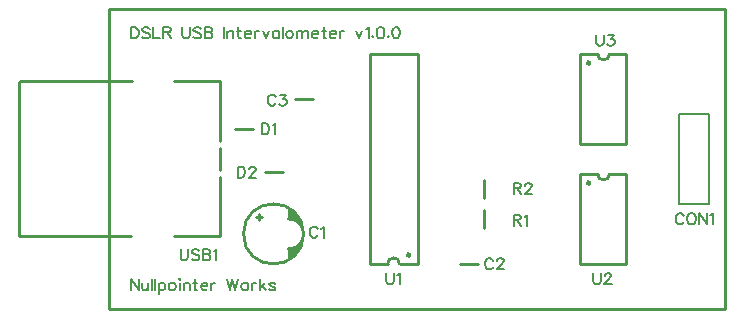
<source format=gbr>
G04 Layer: TopSilkscreenLayer*
G04 EasyEDA v6.4.31, 2022-01-30 11:41:32*
G04 57c3575010554ef89b770c7f971d9fae,8da0b385d4f3487c845ab04df2d2fc66,10*
G04 Gerber Generator version 0.2*
G04 Scale: 100 percent, Rotated: No, Reflected: No *
G04 Dimensions in millimeters *
G04 leading zeros omitted , absolute positions ,4 integer and 5 decimal *
%FSLAX45Y45*%
%MOMM*%

%ADD10C,0.2540*%
%ADD17C,0.2032*%
%ADD18C,0.2030*%
%ADD19C,0.3000*%
%ADD20C,0.1500*%
%ADD21C,0.1524*%

%LPD*%
D20*
X190500Y253237D02*
G01*
X190500Y157734D01*
X190500Y253237D02*
G01*
X254254Y157734D01*
X254254Y253237D02*
G01*
X254254Y157734D01*
X284226Y221487D02*
G01*
X284226Y176021D01*
X288797Y162305D01*
X297687Y157734D01*
X311404Y157734D01*
X320547Y162305D01*
X334010Y176021D01*
X334010Y221487D02*
G01*
X334010Y157734D01*
X364236Y253237D02*
G01*
X364236Y157734D01*
X394207Y253237D02*
G01*
X394207Y157734D01*
X424179Y221487D02*
G01*
X424179Y125984D01*
X424179Y207771D02*
G01*
X433323Y216915D01*
X442213Y221487D01*
X455929Y221487D01*
X465073Y216915D01*
X474218Y207771D01*
X478789Y194310D01*
X478789Y185165D01*
X474218Y171450D01*
X465073Y162305D01*
X455929Y157734D01*
X442213Y157734D01*
X433323Y162305D01*
X424179Y171450D01*
X531368Y221487D02*
G01*
X522223Y216915D01*
X513334Y207771D01*
X508762Y194310D01*
X508762Y185165D01*
X513334Y171450D01*
X522223Y162305D01*
X531368Y157734D01*
X545084Y157734D01*
X554228Y162305D01*
X563118Y171450D01*
X567689Y185165D01*
X567689Y194310D01*
X563118Y207771D01*
X554228Y216915D01*
X545084Y221487D01*
X531368Y221487D01*
X597662Y253237D02*
G01*
X602234Y248665D01*
X606805Y253237D01*
X602234Y257810D01*
X597662Y253237D01*
X602234Y221487D02*
G01*
X602234Y157734D01*
X636778Y221487D02*
G01*
X636778Y157734D01*
X636778Y203200D02*
G01*
X650494Y216915D01*
X659637Y221487D01*
X673354Y221487D01*
X682244Y216915D01*
X686815Y203200D01*
X686815Y157734D01*
X730504Y253237D02*
G01*
X730504Y176021D01*
X735076Y162305D01*
X744220Y157734D01*
X753110Y157734D01*
X716787Y221487D02*
G01*
X748792Y221487D01*
X783336Y194310D02*
G01*
X837692Y194310D01*
X837692Y203200D01*
X833120Y212344D01*
X828802Y216915D01*
X819657Y221487D01*
X805942Y221487D01*
X796797Y216915D01*
X787654Y207771D01*
X783336Y194310D01*
X783336Y185165D01*
X787654Y171450D01*
X796797Y162305D01*
X805942Y157734D01*
X819657Y157734D01*
X828802Y162305D01*
X837692Y171450D01*
X867663Y221487D02*
G01*
X867663Y157734D01*
X867663Y194310D02*
G01*
X872236Y207771D01*
X881379Y216915D01*
X890523Y221487D01*
X904239Y221487D01*
X1004062Y253237D02*
G01*
X1026921Y157734D01*
X1049528Y253237D02*
G01*
X1026921Y157734D01*
X1049528Y253237D02*
G01*
X1072387Y157734D01*
X1094994Y253237D02*
G01*
X1072387Y157734D01*
X1147826Y221487D02*
G01*
X1138681Y216915D01*
X1129537Y207771D01*
X1124965Y194310D01*
X1124965Y185165D01*
X1129537Y171450D01*
X1138681Y162305D01*
X1147826Y157734D01*
X1161287Y157734D01*
X1170431Y162305D01*
X1179576Y171450D01*
X1184147Y185165D01*
X1184147Y194310D01*
X1179576Y207771D01*
X1170431Y216915D01*
X1161287Y221487D01*
X1147826Y221487D01*
X1214120Y221487D02*
G01*
X1214120Y157734D01*
X1214120Y194310D02*
G01*
X1218692Y207771D01*
X1227836Y216915D01*
X1236979Y221487D01*
X1250442Y221487D01*
X1280413Y253237D02*
G01*
X1280413Y157734D01*
X1325879Y221487D02*
G01*
X1280413Y176021D01*
X1298702Y194310D02*
G01*
X1330452Y157734D01*
X1410462Y207771D02*
G01*
X1405889Y216915D01*
X1392428Y221487D01*
X1378712Y221487D01*
X1364995Y216915D01*
X1360423Y207771D01*
X1364995Y198881D01*
X1374139Y194310D01*
X1396745Y189737D01*
X1405889Y185165D01*
X1410462Y176021D01*
X1410462Y171450D01*
X1405889Y162305D01*
X1392428Y157734D01*
X1378712Y157734D01*
X1364995Y162305D01*
X1360423Y171450D01*
X190500Y2386837D02*
G01*
X190500Y2291334D01*
X190500Y2386837D02*
G01*
X222250Y2386837D01*
X235965Y2382265D01*
X245110Y2373376D01*
X249681Y2364231D01*
X254254Y2350515D01*
X254254Y2327910D01*
X249681Y2314194D01*
X245110Y2305050D01*
X235965Y2295905D01*
X222250Y2291334D01*
X190500Y2291334D01*
X347726Y2373376D02*
G01*
X338581Y2382265D01*
X325120Y2386837D01*
X306831Y2386837D01*
X293115Y2382265D01*
X284226Y2373376D01*
X284226Y2364231D01*
X288797Y2355087D01*
X293115Y2350515D01*
X302260Y2345944D01*
X329692Y2336800D01*
X338581Y2332481D01*
X343154Y2327910D01*
X347726Y2318765D01*
X347726Y2305050D01*
X338581Y2295905D01*
X325120Y2291334D01*
X306831Y2291334D01*
X293115Y2295905D01*
X284226Y2305050D01*
X377697Y2386837D02*
G01*
X377697Y2291334D01*
X377697Y2291334D02*
G01*
X432307Y2291334D01*
X462279Y2386837D02*
G01*
X462279Y2291334D01*
X462279Y2386837D02*
G01*
X503173Y2386837D01*
X516889Y2382265D01*
X521462Y2377694D01*
X526034Y2368804D01*
X526034Y2359660D01*
X521462Y2350515D01*
X516889Y2345944D01*
X503173Y2341371D01*
X462279Y2341371D01*
X494029Y2341371D02*
G01*
X526034Y2291334D01*
X625855Y2386837D02*
G01*
X625855Y2318765D01*
X630428Y2305050D01*
X639571Y2295905D01*
X653287Y2291334D01*
X662431Y2291334D01*
X675894Y2295905D01*
X685037Y2305050D01*
X689610Y2318765D01*
X689610Y2386837D01*
X783336Y2373376D02*
G01*
X774192Y2382265D01*
X760476Y2386837D01*
X742442Y2386837D01*
X728726Y2382265D01*
X719581Y2373376D01*
X719581Y2364231D01*
X724154Y2355087D01*
X728726Y2350515D01*
X737870Y2345944D01*
X765047Y2336800D01*
X774192Y2332481D01*
X778763Y2327910D01*
X783336Y2318765D01*
X783336Y2305050D01*
X774192Y2295905D01*
X760476Y2291334D01*
X742442Y2291334D01*
X728726Y2295905D01*
X719581Y2305050D01*
X813307Y2386837D02*
G01*
X813307Y2291334D01*
X813307Y2386837D02*
G01*
X854202Y2386837D01*
X867663Y2382265D01*
X872236Y2377694D01*
X876807Y2368804D01*
X876807Y2359660D01*
X872236Y2350515D01*
X867663Y2345944D01*
X854202Y2341371D01*
X813307Y2341371D02*
G01*
X854202Y2341371D01*
X867663Y2336800D01*
X872236Y2332481D01*
X876807Y2323337D01*
X876807Y2309621D01*
X872236Y2300478D01*
X867663Y2295905D01*
X854202Y2291334D01*
X813307Y2291334D01*
X976884Y2386837D02*
G01*
X976884Y2291334D01*
X1006855Y2355087D02*
G01*
X1006855Y2291334D01*
X1006855Y2336800D02*
G01*
X1020571Y2350515D01*
X1029715Y2355087D01*
X1043178Y2355087D01*
X1052321Y2350515D01*
X1056894Y2336800D01*
X1056894Y2291334D01*
X1100581Y2386837D02*
G01*
X1100581Y2309621D01*
X1105154Y2295905D01*
X1114044Y2291334D01*
X1123187Y2291334D01*
X1086865Y2355087D02*
G01*
X1118615Y2355087D01*
X1153160Y2327910D02*
G01*
X1207770Y2327910D01*
X1207770Y2336800D01*
X1203197Y2345944D01*
X1198626Y2350515D01*
X1189481Y2355087D01*
X1176020Y2355087D01*
X1166876Y2350515D01*
X1157731Y2341371D01*
X1153160Y2327910D01*
X1153160Y2318765D01*
X1157731Y2305050D01*
X1166876Y2295905D01*
X1176020Y2291334D01*
X1189481Y2291334D01*
X1198626Y2295905D01*
X1207770Y2305050D01*
X1237742Y2355087D02*
G01*
X1237742Y2291334D01*
X1237742Y2327910D02*
G01*
X1242313Y2341371D01*
X1251457Y2350515D01*
X1260602Y2355087D01*
X1274063Y2355087D01*
X1304036Y2355087D02*
G01*
X1331468Y2291334D01*
X1358645Y2355087D02*
G01*
X1331468Y2291334D01*
X1443228Y2355087D02*
G01*
X1443228Y2291334D01*
X1443228Y2341371D02*
G01*
X1434084Y2350515D01*
X1424939Y2355087D01*
X1411478Y2355087D01*
X1402334Y2350515D01*
X1393189Y2341371D01*
X1388618Y2327910D01*
X1388618Y2318765D01*
X1393189Y2305050D01*
X1402334Y2295905D01*
X1411478Y2291334D01*
X1424939Y2291334D01*
X1434084Y2295905D01*
X1443228Y2305050D01*
X1473200Y2386837D02*
G01*
X1473200Y2291334D01*
X1526031Y2355087D02*
G01*
X1516887Y2350515D01*
X1507744Y2341371D01*
X1503171Y2327910D01*
X1503171Y2318765D01*
X1507744Y2305050D01*
X1516887Y2295905D01*
X1526031Y2291334D01*
X1539494Y2291334D01*
X1548637Y2295905D01*
X1557781Y2305050D01*
X1562354Y2318765D01*
X1562354Y2327910D01*
X1557781Y2341371D01*
X1548637Y2350515D01*
X1539494Y2355087D01*
X1526031Y2355087D01*
X1592326Y2355087D02*
G01*
X1592326Y2291334D01*
X1592326Y2336800D02*
G01*
X1606042Y2350515D01*
X1614931Y2355087D01*
X1628647Y2355087D01*
X1637792Y2350515D01*
X1642363Y2336800D01*
X1642363Y2291334D01*
X1642363Y2336800D02*
G01*
X1656079Y2350515D01*
X1664970Y2355087D01*
X1678686Y2355087D01*
X1687829Y2350515D01*
X1692402Y2336800D01*
X1692402Y2291334D01*
X1722373Y2327910D02*
G01*
X1776984Y2327910D01*
X1776984Y2336800D01*
X1772412Y2345944D01*
X1767839Y2350515D01*
X1758695Y2355087D01*
X1744979Y2355087D01*
X1735836Y2350515D01*
X1726945Y2341371D01*
X1722373Y2327910D01*
X1722373Y2318765D01*
X1726945Y2305050D01*
X1735836Y2295905D01*
X1744979Y2291334D01*
X1758695Y2291334D01*
X1767839Y2295905D01*
X1776984Y2305050D01*
X1820418Y2386837D02*
G01*
X1820418Y2309621D01*
X1824989Y2295905D01*
X1834134Y2291334D01*
X1843278Y2291334D01*
X1806955Y2355087D02*
G01*
X1838705Y2355087D01*
X1873250Y2327910D02*
G01*
X1927860Y2327910D01*
X1927860Y2336800D01*
X1923287Y2345944D01*
X1918715Y2350515D01*
X1909571Y2355087D01*
X1895855Y2355087D01*
X1886965Y2350515D01*
X1877821Y2341371D01*
X1873250Y2327910D01*
X1873250Y2318765D01*
X1877821Y2305050D01*
X1886965Y2295905D01*
X1895855Y2291334D01*
X1909571Y2291334D01*
X1918715Y2295905D01*
X1927860Y2305050D01*
X1957831Y2355087D02*
G01*
X1957831Y2291334D01*
X1957831Y2327910D02*
G01*
X1962404Y2341371D01*
X1971293Y2350515D01*
X1980438Y2355087D01*
X1994154Y2355087D01*
X2094229Y2355087D02*
G01*
X2121408Y2291334D01*
X2148586Y2355087D02*
G01*
X2121408Y2291334D01*
X2178558Y2368804D02*
G01*
X2187702Y2373376D01*
X2201418Y2386837D01*
X2201418Y2291334D01*
X2235961Y2314194D02*
G01*
X2231390Y2309621D01*
X2235961Y2305050D01*
X2240534Y2309621D01*
X2235961Y2314194D01*
X2297684Y2386837D02*
G01*
X2284222Y2382265D01*
X2275077Y2368804D01*
X2270506Y2345944D01*
X2270506Y2332481D01*
X2275077Y2309621D01*
X2284222Y2295905D01*
X2297684Y2291334D01*
X2306827Y2291334D01*
X2320543Y2295905D01*
X2329688Y2309621D01*
X2334259Y2332481D01*
X2334259Y2345944D01*
X2329688Y2368804D01*
X2320543Y2382265D01*
X2306827Y2386837D01*
X2297684Y2386837D01*
X2368804Y2314194D02*
G01*
X2364231Y2309621D01*
X2368804Y2305050D01*
X2373122Y2309621D01*
X2368804Y2314194D01*
X2430525Y2386837D02*
G01*
X2416809Y2382265D01*
X2407665Y2368804D01*
X2403347Y2345944D01*
X2403347Y2332481D01*
X2407665Y2309621D01*
X2416809Y2295905D01*
X2430525Y2291334D01*
X2439670Y2291334D01*
X2453131Y2295905D01*
X2462275Y2309621D01*
X2466847Y2332481D01*
X2466847Y2345944D01*
X2462275Y2368804D01*
X2453131Y2382265D01*
X2439670Y2386837D01*
X2430525Y2386837D01*
D21*
X1769871Y675131D02*
G01*
X1765554Y684276D01*
X1756410Y693165D01*
X1747265Y697737D01*
X1728978Y697737D01*
X1720087Y693165D01*
X1710944Y684276D01*
X1706371Y675131D01*
X1701800Y661415D01*
X1701800Y638810D01*
X1706371Y625094D01*
X1710944Y615950D01*
X1720087Y606805D01*
X1728978Y602234D01*
X1747265Y602234D01*
X1756410Y606805D01*
X1765554Y615950D01*
X1769871Y625094D01*
X1800097Y679704D02*
G01*
X1808987Y684276D01*
X1822704Y697737D01*
X1822704Y602234D01*
X3255772Y408431D02*
G01*
X3251454Y417576D01*
X3242309Y426465D01*
X3233165Y431037D01*
X3214877Y431037D01*
X3205988Y426465D01*
X3196843Y417576D01*
X3192272Y408431D01*
X3187700Y394715D01*
X3187700Y372110D01*
X3192272Y358394D01*
X3196843Y349250D01*
X3205988Y340105D01*
X3214877Y335534D01*
X3233165Y335534D01*
X3242309Y340105D01*
X3251454Y349250D01*
X3255772Y358394D01*
X3290315Y408431D02*
G01*
X3290315Y413004D01*
X3294888Y421894D01*
X3299459Y426465D01*
X3308604Y431037D01*
X3326891Y431037D01*
X3335781Y426465D01*
X3340354Y421894D01*
X3344925Y413004D01*
X3344925Y403860D01*
X3340354Y394715D01*
X3331209Y381000D01*
X3285997Y335534D01*
X3349497Y335534D01*
X1414271Y1792731D02*
G01*
X1409954Y1801876D01*
X1400810Y1810765D01*
X1391665Y1815337D01*
X1373378Y1815337D01*
X1364487Y1810765D01*
X1355344Y1801876D01*
X1350771Y1792731D01*
X1346200Y1779015D01*
X1346200Y1756410D01*
X1350771Y1742694D01*
X1355344Y1733550D01*
X1364487Y1724405D01*
X1373378Y1719834D01*
X1391665Y1719834D01*
X1400810Y1724405D01*
X1409954Y1733550D01*
X1414271Y1742694D01*
X1453387Y1815337D02*
G01*
X1503426Y1815337D01*
X1476247Y1779015D01*
X1489710Y1779015D01*
X1498854Y1774444D01*
X1503426Y1769871D01*
X1507997Y1756410D01*
X1507997Y1747265D01*
X1503426Y1733550D01*
X1494281Y1724405D01*
X1480820Y1719834D01*
X1467104Y1719834D01*
X1453387Y1724405D01*
X1448815Y1728978D01*
X1444497Y1738121D01*
X1295400Y1574037D02*
G01*
X1295400Y1478534D01*
X1295400Y1574037D02*
G01*
X1327150Y1574037D01*
X1340865Y1569465D01*
X1350010Y1560576D01*
X1354581Y1551431D01*
X1359154Y1537715D01*
X1359154Y1515110D01*
X1354581Y1501394D01*
X1350010Y1492250D01*
X1340865Y1483105D01*
X1327150Y1478534D01*
X1295400Y1478534D01*
X1389126Y1556004D02*
G01*
X1398015Y1560576D01*
X1411731Y1574037D01*
X1411731Y1478534D01*
X1092200Y1205737D02*
G01*
X1092200Y1110234D01*
X1092200Y1205737D02*
G01*
X1123950Y1205737D01*
X1137665Y1201165D01*
X1146810Y1192276D01*
X1151381Y1183131D01*
X1155954Y1169415D01*
X1155954Y1146810D01*
X1151381Y1133094D01*
X1146810Y1123950D01*
X1137665Y1114805D01*
X1123950Y1110234D01*
X1092200Y1110234D01*
X1190497Y1183131D02*
G01*
X1190497Y1187704D01*
X1194815Y1196594D01*
X1199387Y1201165D01*
X1208531Y1205737D01*
X1226820Y1205737D01*
X1235710Y1201165D01*
X1240281Y1196594D01*
X1244854Y1187704D01*
X1244854Y1178560D01*
X1240281Y1169415D01*
X1231392Y1155700D01*
X1185926Y1110234D01*
X1249426Y1110234D01*
X3429000Y799337D02*
G01*
X3429000Y703834D01*
X3429000Y799337D02*
G01*
X3469893Y799337D01*
X3483609Y794765D01*
X3488181Y790194D01*
X3492754Y781304D01*
X3492754Y772160D01*
X3488181Y763015D01*
X3483609Y758444D01*
X3469893Y753871D01*
X3429000Y753871D01*
X3460750Y753871D02*
G01*
X3492754Y703834D01*
X3522725Y781304D02*
G01*
X3531615Y785876D01*
X3545331Y799337D01*
X3545331Y703834D01*
X3429000Y1066037D02*
G01*
X3429000Y970534D01*
X3429000Y1066037D02*
G01*
X3469893Y1066037D01*
X3483609Y1061465D01*
X3488181Y1056894D01*
X3492754Y1048004D01*
X3492754Y1038860D01*
X3488181Y1029715D01*
X3483609Y1025144D01*
X3469893Y1020571D01*
X3429000Y1020571D01*
X3460750Y1020571D02*
G01*
X3492754Y970534D01*
X3527297Y1043431D02*
G01*
X3527297Y1048004D01*
X3531615Y1056894D01*
X3536188Y1061465D01*
X3545331Y1066037D01*
X3563620Y1066037D01*
X3572509Y1061465D01*
X3577081Y1056894D01*
X3581654Y1048004D01*
X3581654Y1038860D01*
X3577081Y1029715D01*
X3568191Y1016000D01*
X3522725Y970534D01*
X3586225Y970534D01*
X4868672Y789431D02*
G01*
X4864354Y798576D01*
X4855209Y807465D01*
X4846065Y812037D01*
X4827777Y812037D01*
X4818888Y807465D01*
X4809743Y798576D01*
X4805172Y789431D01*
X4800600Y775715D01*
X4800600Y753110D01*
X4805172Y739394D01*
X4809743Y730250D01*
X4818888Y721105D01*
X4827777Y716534D01*
X4846065Y716534D01*
X4855209Y721105D01*
X4864354Y730250D01*
X4868672Y739394D01*
X4926075Y812037D02*
G01*
X4916931Y807465D01*
X4907788Y798576D01*
X4903215Y789431D01*
X4898897Y775715D01*
X4898897Y753110D01*
X4903215Y739394D01*
X4907788Y730250D01*
X4916931Y721105D01*
X4926075Y716534D01*
X4944109Y716534D01*
X4953254Y721105D01*
X4962397Y730250D01*
X4966970Y739394D01*
X4971541Y753110D01*
X4971541Y775715D01*
X4966970Y789431D01*
X4962397Y798576D01*
X4953254Y807465D01*
X4944109Y812037D01*
X4926075Y812037D01*
X5001513Y812037D02*
G01*
X5001513Y716534D01*
X5001513Y812037D02*
G01*
X5065268Y716534D01*
X5065268Y812037D02*
G01*
X5065268Y716534D01*
X5095240Y794004D02*
G01*
X5104129Y798576D01*
X5117845Y812037D01*
X5117845Y716534D01*
X2349500Y304037D02*
G01*
X2349500Y235965D01*
X2354072Y222250D01*
X2363215Y213105D01*
X2376677Y208534D01*
X2385822Y208534D01*
X2399538Y213105D01*
X2408681Y222250D01*
X2413254Y235965D01*
X2413254Y304037D01*
X2443225Y286004D02*
G01*
X2452115Y290576D01*
X2465831Y304037D01*
X2465831Y208534D01*
X4102100Y304037D02*
G01*
X4102100Y235965D01*
X4106672Y222250D01*
X4115815Y213105D01*
X4129277Y208534D01*
X4138422Y208534D01*
X4152138Y213105D01*
X4161281Y222250D01*
X4165854Y235965D01*
X4165854Y304037D01*
X4200397Y281431D02*
G01*
X4200397Y286004D01*
X4204715Y294894D01*
X4209288Y299465D01*
X4218431Y304037D01*
X4236720Y304037D01*
X4245609Y299465D01*
X4250181Y294894D01*
X4254754Y286004D01*
X4254754Y276860D01*
X4250181Y267715D01*
X4241291Y254000D01*
X4195825Y208534D01*
X4259325Y208534D01*
X4127500Y2323337D02*
G01*
X4127500Y2255265D01*
X4132072Y2241550D01*
X4141215Y2232405D01*
X4154677Y2227834D01*
X4163822Y2227834D01*
X4177538Y2232405D01*
X4186681Y2241550D01*
X4191254Y2255265D01*
X4191254Y2323337D01*
X4230115Y2323337D02*
G01*
X4280154Y2323337D01*
X4252975Y2287015D01*
X4266691Y2287015D01*
X4275581Y2282444D01*
X4280154Y2277871D01*
X4284725Y2264410D01*
X4284725Y2255265D01*
X4280154Y2241550D01*
X4271009Y2232405D01*
X4257547Y2227834D01*
X4243831Y2227834D01*
X4230115Y2232405D01*
X4225797Y2236978D01*
X4221225Y2246121D01*
X609600Y507237D02*
G01*
X609600Y439165D01*
X614171Y425450D01*
X623315Y416305D01*
X636778Y411734D01*
X645921Y411734D01*
X659637Y416305D01*
X668781Y425450D01*
X673354Y439165D01*
X673354Y507237D01*
X766826Y493776D02*
G01*
X757681Y502665D01*
X744220Y507237D01*
X725931Y507237D01*
X712215Y502665D01*
X703326Y493776D01*
X703326Y484631D01*
X707897Y475487D01*
X712215Y470915D01*
X721360Y466344D01*
X748792Y457200D01*
X757681Y452881D01*
X762254Y448310D01*
X766826Y439165D01*
X766826Y425450D01*
X757681Y416305D01*
X744220Y411734D01*
X725931Y411734D01*
X712215Y416305D01*
X703326Y425450D01*
X796797Y507237D02*
G01*
X796797Y411734D01*
X796797Y507237D02*
G01*
X837692Y507237D01*
X851407Y502665D01*
X855979Y498094D01*
X860552Y489204D01*
X860552Y480060D01*
X855979Y470915D01*
X851407Y466344D01*
X837692Y461771D01*
X796797Y461771D02*
G01*
X837692Y461771D01*
X851407Y457200D01*
X855979Y452881D01*
X860552Y443737D01*
X860552Y430021D01*
X855979Y420878D01*
X851407Y416305D01*
X837692Y411734D01*
X796797Y411734D01*
X890523Y489204D02*
G01*
X899668Y493776D01*
X913129Y507237D01*
X913129Y411734D01*
D10*
X0Y0D02*
G01*
X0Y2540000D01*
X5219700Y2540000D01*
X5219700Y0D01*
X0Y0D01*
X1244600Y774700D02*
G01*
X1295400Y774700D01*
X1270000Y800100D02*
G01*
X1270000Y749300D01*
X1606547Y731514D02*
G01*
X1606547Y762000D01*
X1590497Y743198D02*
G01*
X1590497Y787400D01*
X1570017Y753369D02*
G01*
X1570017Y812800D01*
X1547583Y759790D02*
G01*
X1547583Y825500D01*
X1605579Y537667D02*
G01*
X1605579Y515320D01*
X1612900Y508000D01*
X1589918Y526445D02*
G01*
X1589918Y482600D01*
X1570540Y516834D02*
G01*
X1570540Y457200D01*
X1547327Y510161D02*
G01*
X1547327Y444500D01*
X1524000Y508000D02*
G01*
X1524000Y419100D01*
X1524000Y762000D02*
G01*
X1524000Y850900D01*
X2971800Y381000D02*
G01*
X3124200Y381000D01*
X1727200Y1778000D02*
G01*
X1574800Y1778000D01*
X1066800Y1524000D02*
G01*
X1219200Y1524000D01*
X1473200Y1155700D02*
G01*
X1320800Y1155700D01*
X3175000Y685800D02*
G01*
X3175000Y838200D01*
X3175000Y939800D02*
G01*
X3175000Y1092200D01*
D17*
X5080000Y1460500D02*
G01*
X5080000Y1651000D01*
X4826000Y1651000D01*
X4826000Y889000D01*
X5080000Y889000D01*
D18*
X5080000Y889000D02*
G01*
X5080000Y1460500D01*
D10*
X2463800Y381000D02*
G01*
X2616200Y381000D01*
X2362200Y381000D02*
G01*
X2209800Y381000D01*
X2209800Y1270000D02*
G01*
X2209800Y381000D01*
X2616200Y1270000D02*
G01*
X2616200Y381000D01*
X2616200Y1270000D02*
G01*
X2616200Y2159000D01*
X2209800Y2159000D01*
X2209800Y1270000D01*
X3987800Y1143000D02*
G01*
X3987800Y381000D01*
X4381500Y381000D01*
X4381500Y1143000D01*
X4381500Y1143000D02*
G01*
X4241800Y1143000D01*
X4140200Y1143000D02*
G01*
X3987800Y1143000D01*
X3987800Y2159000D02*
G01*
X3987800Y1397000D01*
X4381500Y1397000D01*
X4381500Y2159000D01*
X4381500Y2159000D02*
G01*
X4241800Y2159000D01*
X4140200Y2159000D02*
G01*
X3987800Y2159000D01*
X195958Y1930407D02*
G01*
X-749302Y1930407D01*
X939797Y1424320D02*
G01*
X939797Y1930407D01*
X552234Y1930407D01*
X939797Y1174320D02*
G01*
X939797Y1365691D01*
X555431Y620006D02*
G01*
X939797Y620006D01*
X939797Y1115692D01*
X-755904Y620006D02*
G01*
X192760Y620006D01*
X-755904Y620006D02*
G01*
X-755904Y1920008D01*
G75*
G01*
X1524000Y508000D02*
G03*
X1524000Y762000I0J127000D01*
G75*
G01*
X2463800Y381000D02*
G03*
X2362200Y381000I-50800J0D01*
G75*
G01*
X4140200Y1143000D02*
G03*
X4241800Y1143000I50800J0D01*
G75*
G01*
X4140200Y2159000D02*
G03*
X4241800Y2159000I50800J0D01*
G75*
G01
X1651000Y635000D02*
G03X1651000Y635000I-254000J0D01*
D19*
G75*
G01
X2550008Y457200D02*
G03X2550008Y457200I-10008J0D01*
G75*
G01
X4074008Y1066800D02*
G03X4074008Y1066800I-10008J0D01*
G75*
G01
X4074008Y2082800D02*
G03X4074008Y2082800I-10008J0D01*
M02*

</source>
